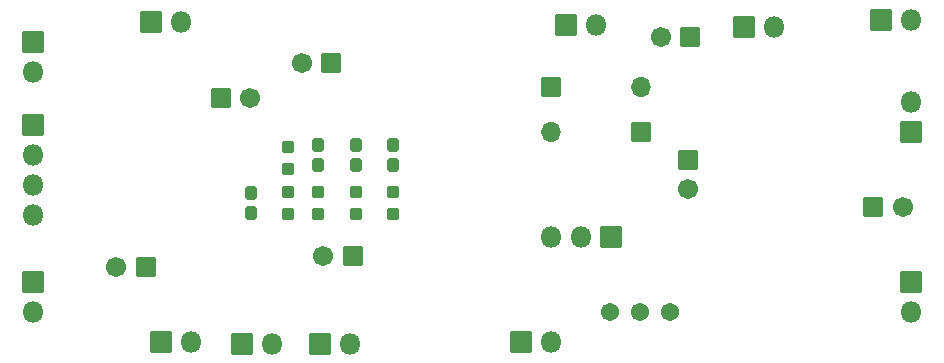
<source format=gbr>
%TF.GenerationSoftware,KiCad,Pcbnew,(6.0.10)*%
%TF.CreationDate,2023-01-14T14:32:42-08:00*%
%TF.ProjectId,audioModule2,61756469-6f4d-46f6-9475-6c65322e6b69,rev?*%
%TF.SameCoordinates,PX48ab840PY7b89fa0*%
%TF.FileFunction,Soldermask,Bot*%
%TF.FilePolarity,Negative*%
%FSLAX46Y46*%
G04 Gerber Fmt 4.6, Leading zero omitted, Abs format (unit mm)*
G04 Created by KiCad (PCBNEW (6.0.10)) date 2023-01-14 14:32:42*
%MOMM*%
%LPD*%
G01*
G04 APERTURE LIST*
G04 Aperture macros list*
%AMRoundRect*
0 Rectangle with rounded corners*
0 $1 Rounding radius*
0 $2 $3 $4 $5 $6 $7 $8 $9 X,Y pos of 4 corners*
0 Add a 4 corners polygon primitive as box body*
4,1,4,$2,$3,$4,$5,$6,$7,$8,$9,$2,$3,0*
0 Add four circle primitives for the rounded corners*
1,1,$1+$1,$2,$3*
1,1,$1+$1,$4,$5*
1,1,$1+$1,$6,$7*
1,1,$1+$1,$8,$9*
0 Add four rect primitives between the rounded corners*
20,1,$1+$1,$2,$3,$4,$5,0*
20,1,$1+$1,$4,$5,$6,$7,0*
20,1,$1+$1,$6,$7,$8,$9,0*
20,1,$1+$1,$8,$9,$2,$3,0*%
G04 Aperture macros list end*
%ADD10C,1.701600*%
%ADD11RoundRect,0.050800X-0.800000X0.800000X-0.800000X-0.800000X0.800000X-0.800000X0.800000X0.800000X0*%
%ADD12RoundRect,0.050800X0.800000X0.800000X-0.800000X0.800000X-0.800000X-0.800000X0.800000X-0.800000X0*%
%ADD13RoundRect,0.050800X-0.850000X-0.850000X0.850000X-0.850000X0.850000X0.850000X-0.850000X0.850000X0*%
%ADD14O,1.801600X1.801600*%
%ADD15RoundRect,0.050800X0.850000X-0.850000X0.850000X0.850000X-0.850000X0.850000X-0.850000X-0.850000X0*%
%ADD16RoundRect,0.050800X-0.800000X-0.800000X0.800000X-0.800000X0.800000X0.800000X-0.800000X0.800000X0*%
%ADD17O,1.701600X1.701600*%
%ADD18C,1.541600*%
%ADD19RoundRect,0.050800X-0.850000X0.850000X-0.850000X-0.850000X0.850000X-0.850000X0.850000X0.850000X0*%
%ADD20RoundRect,0.050800X0.850000X0.850000X-0.850000X0.850000X-0.850000X-0.850000X0.850000X-0.850000X0*%
%ADD21RoundRect,0.288300X-0.237500X0.250000X-0.237500X-0.250000X0.237500X-0.250000X0.237500X0.250000X0*%
%ADD22RoundRect,0.288300X0.237500X-0.250000X0.237500X0.250000X-0.237500X0.250000X-0.237500X-0.250000X0*%
%ADD23RoundRect,0.288300X-0.237500X0.300000X-0.237500X-0.300000X0.237500X-0.300000X0.237500X0.300000X0*%
G04 APERTURE END LIST*
D10*
%TO.C,C12*%
X58000000Y15482379D03*
D11*
X58000000Y17982379D03*
%TD*%
D10*
%TO.C,C8*%
X25300000Y26200000D03*
D12*
X27800000Y26200000D03*
%TD*%
%TO.C,C3*%
X12065000Y8895000D03*
D10*
X9565000Y8895000D03*
%TD*%
D13*
%TO.C,JP13*%
X76835000Y7625000D03*
D14*
X76835000Y5085000D03*
%TD*%
D13*
%TO.C,JP2*%
X2540000Y27945000D03*
D14*
X2540000Y25405000D03*
%TD*%
D15*
%TO.C,JP9*%
X43815000Y2545000D03*
D14*
X46355000Y2545000D03*
%TD*%
D16*
%TO.C,C16*%
X73660000Y13975000D03*
D10*
X76160000Y13975000D03*
%TD*%
D16*
%TO.C,D1*%
X46355000Y24135000D03*
D17*
X53975000Y24135000D03*
%TD*%
D15*
%TO.C,JP14*%
X20260000Y2400000D03*
D14*
X22800000Y2400000D03*
%TD*%
D18*
%TO.C,RV2*%
X51425000Y5085000D03*
X53965000Y5085000D03*
X56505000Y5085000D03*
%TD*%
D13*
%TO.C,JP4*%
X2540000Y7625000D03*
D14*
X2540000Y5085000D03*
%TD*%
D12*
%TO.C,C17*%
X29600000Y9800000D03*
D10*
X27100000Y9800000D03*
%TD*%
D15*
%TO.C,JP5*%
X13330000Y2545000D03*
D14*
X15870000Y2545000D03*
%TD*%
D15*
%TO.C,JP10*%
X12525000Y29600000D03*
D14*
X15065000Y29600000D03*
%TD*%
D15*
%TO.C,JP3*%
X26860000Y2400000D03*
D14*
X29400000Y2400000D03*
%TD*%
D15*
%TO.C,JP1*%
X62725000Y29200000D03*
D14*
X65265000Y29200000D03*
%TD*%
D19*
%TO.C,JP11*%
X51435000Y11435000D03*
D14*
X48895000Y11435000D03*
X46355000Y11435000D03*
%TD*%
D13*
%TO.C,JP6*%
X2540000Y20960000D03*
D14*
X2540000Y18420000D03*
X2540000Y15880000D03*
X2540000Y13340000D03*
%TD*%
D17*
%TO.C,D2*%
X46355000Y20325000D03*
D12*
X53975000Y20325000D03*
%TD*%
D15*
%TO.C,JP8*%
X74295000Y29845000D03*
D14*
X76835000Y29845000D03*
%TD*%
D16*
%TO.C,C1*%
X18417621Y23200000D03*
D10*
X20917621Y23200000D03*
%TD*%
D20*
%TO.C,JP12*%
X76835000Y20325000D03*
D14*
X76835000Y22865000D03*
%TD*%
%TO.C,JP7*%
X50200000Y29400000D03*
D15*
X47660000Y29400000D03*
%TD*%
D12*
%TO.C,C9*%
X58182380Y28400000D03*
D10*
X55682380Y28400000D03*
%TD*%
D21*
%TO.C,R6*%
X24130000Y19055000D03*
X24130000Y17230000D03*
%TD*%
D22*
%TO.C,R7*%
X26670000Y13420000D03*
X26670000Y15245000D03*
%TD*%
D23*
%TO.C,C13*%
X33020000Y19232500D03*
X33020000Y17507500D03*
%TD*%
%TO.C,C6*%
X20955000Y15195000D03*
X20955000Y13470000D03*
%TD*%
%TO.C,C10*%
X29845000Y19232500D03*
X29845000Y17507500D03*
%TD*%
D21*
%TO.C,R5*%
X24130000Y15245000D03*
X24130000Y13420000D03*
%TD*%
D22*
%TO.C,R11*%
X33020000Y13420000D03*
X33020000Y15245000D03*
%TD*%
D23*
%TO.C,C7*%
X26670000Y19232500D03*
X26670000Y17507500D03*
%TD*%
D22*
%TO.C,R9*%
X29845000Y13420000D03*
X29845000Y15245000D03*
%TD*%
M02*

</source>
